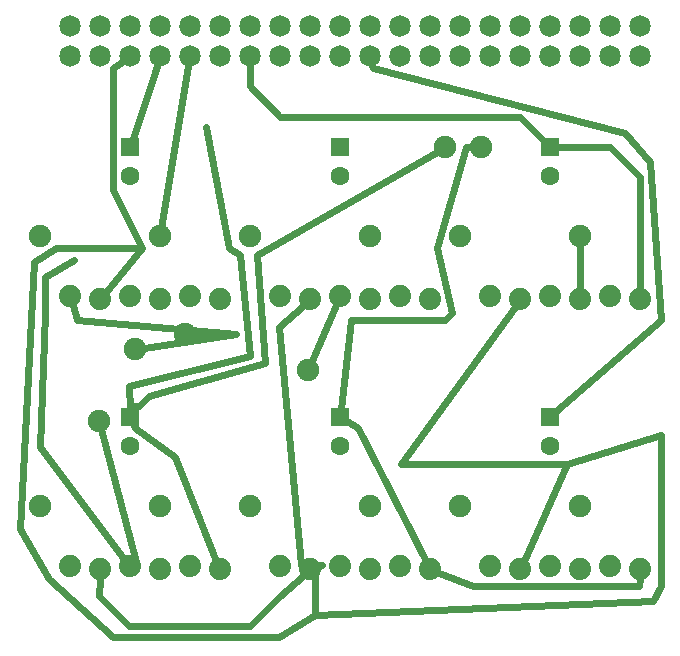
<source format=gtl>
G04 MADE WITH FRITZING*
G04 WWW.FRITZING.ORG*
G04 DOUBLE SIDED*
G04 HOLES PLATED*
G04 CONTOUR ON CENTER OF CONTOUR VECTOR*
%ASAXBY*%
%FSLAX23Y23*%
%MOIN*%
%OFA0B0*%
%SFA1.0B1.0*%
%ADD10C,0.075000*%
%ADD11C,0.062992*%
%ADD12C,0.071889*%
%ADD13C,0.071917*%
%ADD14C,0.074000*%
%ADD15C,0.075433*%
%ADD16R,0.062992X0.062992*%
%ADD17C,0.024000*%
%LNCOPPER1*%
G90*
G70*
G54D10*
X285Y1524D03*
X685Y1524D03*
G54D11*
X585Y1822D03*
X585Y1724D03*
G54D10*
X985Y1524D03*
X1385Y1524D03*
G54D11*
X1285Y1822D03*
X1285Y1724D03*
G54D10*
X1685Y1524D03*
X2085Y1524D03*
G54D11*
X1985Y1822D03*
X1985Y1724D03*
G54D10*
X285Y624D03*
X685Y624D03*
G54D11*
X585Y922D03*
X585Y824D03*
G54D10*
X985Y624D03*
X1385Y624D03*
G54D11*
X1285Y922D03*
X1285Y824D03*
G54D10*
X1685Y624D03*
X2085Y624D03*
G54D11*
X1985Y922D03*
X1985Y824D03*
G54D12*
X385Y2124D03*
X485Y2124D03*
X585Y2124D03*
X685Y2124D03*
G54D13*
X785Y2124D03*
G54D12*
X885Y2124D03*
X985Y2124D03*
X1085Y2124D03*
X1185Y2124D03*
G54D13*
X1285Y2124D03*
G54D12*
X1385Y2124D03*
G54D13*
X1485Y2124D03*
G54D12*
X1585Y2124D03*
X1685Y2124D03*
X1785Y2124D03*
X1885Y2124D03*
G54D13*
X1985Y2124D03*
G54D12*
X2085Y2124D03*
X2185Y2124D03*
X2285Y2124D03*
X2285Y2224D03*
X2185Y2224D03*
X2085Y2224D03*
G54D13*
X1985Y2224D03*
G54D12*
X1885Y2224D03*
X1785Y2224D03*
X1685Y2224D03*
X1585Y2224D03*
G54D13*
X1485Y2224D03*
G54D12*
X1385Y2224D03*
G54D13*
X1285Y2224D03*
G54D12*
X1185Y2224D03*
X1085Y2224D03*
X985Y2224D03*
X885Y2224D03*
G54D13*
X785Y2224D03*
G54D12*
X685Y2224D03*
X585Y2224D03*
X485Y2224D03*
X385Y2224D03*
G54D14*
X885Y1314D03*
X785Y1324D03*
X685Y1314D03*
X585Y1324D03*
X485Y1314D03*
X385Y1324D03*
X1585Y1314D03*
X1485Y1324D03*
X1385Y1314D03*
X1285Y1324D03*
X1185Y1314D03*
X1085Y1324D03*
X2285Y1314D03*
X2185Y1324D03*
X2085Y1314D03*
X1985Y1324D03*
X1885Y1314D03*
X1785Y1324D03*
X885Y414D03*
X785Y424D03*
X685Y414D03*
X585Y424D03*
X485Y414D03*
X385Y424D03*
X1585Y414D03*
X1485Y424D03*
X1385Y414D03*
X1285Y424D03*
X1185Y414D03*
X1085Y424D03*
X2285Y414D03*
X2185Y424D03*
X2085Y414D03*
X1985Y424D03*
X1885Y414D03*
X1785Y424D03*
G54D15*
X1634Y1821D03*
X602Y1149D03*
X770Y1197D03*
X1754Y1821D03*
X1178Y1077D03*
X482Y909D03*
G54D16*
X585Y1822D03*
X1285Y1822D03*
X1985Y1822D03*
X585Y922D03*
X1285Y922D03*
X1985Y922D03*
G54D17*
X2085Y1495D02*
X2085Y1345D01*
D02*
X2185Y1822D02*
X2284Y1722D01*
D02*
X2012Y1822D02*
X2185Y1822D01*
D02*
X2284Y1722D02*
X2285Y1345D01*
D02*
X986Y2025D02*
X985Y2090D01*
D02*
X1886Y1921D02*
X1085Y1921D01*
D02*
X1085Y1921D02*
X986Y2025D01*
D02*
X1966Y1841D02*
X1886Y1921D01*
D02*
X837Y1887D02*
X915Y1484D01*
D02*
X915Y1484D02*
X951Y1460D01*
D02*
X951Y1460D02*
X986Y1125D01*
D02*
X986Y1125D02*
X583Y1025D01*
D02*
X583Y1025D02*
X585Y949D01*
D02*
X1162Y393D02*
X1085Y324D01*
D02*
X986Y224D02*
X583Y224D01*
D02*
X583Y224D02*
X483Y324D01*
D02*
X1085Y324D02*
X986Y224D01*
D02*
X483Y324D02*
X485Y383D01*
D02*
X399Y1445D02*
X303Y1388D01*
D02*
X303Y1388D02*
X303Y1268D01*
D02*
X284Y822D02*
X566Y448D01*
D02*
X303Y1268D02*
X284Y822D01*
D02*
X675Y2092D02*
X594Y1848D01*
D02*
X2005Y940D02*
X2354Y1245D01*
D02*
X2354Y1245D02*
X2318Y1773D01*
D02*
X2318Y1773D02*
X2234Y1869D01*
D02*
X2234Y1869D02*
X1394Y2085D01*
D02*
X1394Y2085D02*
X1393Y2091D01*
D02*
X873Y442D02*
X734Y789D01*
D02*
X734Y789D02*
X602Y885D01*
D02*
X602Y885D02*
X596Y898D01*
D02*
X1609Y1806D02*
X1010Y1461D01*
D02*
X1010Y1461D02*
X1034Y1101D01*
D02*
X1034Y1101D02*
X650Y993D01*
D02*
X650Y993D02*
X614Y957D01*
D02*
X614Y957D02*
X602Y957D01*
D02*
X602Y957D02*
X597Y946D01*
D02*
X1571Y441D02*
X1346Y885D01*
D02*
X1346Y885D02*
X1308Y908D01*
D02*
X2284Y383D02*
X2282Y357D01*
D02*
X2282Y357D02*
X1730Y357D01*
D02*
X1730Y357D02*
X1614Y402D01*
D02*
X1725Y1821D02*
X1706Y1821D01*
D02*
X1706Y1821D02*
X1610Y1485D01*
D02*
X1610Y1485D02*
X1658Y1269D01*
D02*
X1658Y1269D02*
X1634Y1245D01*
D02*
X1634Y1245D02*
X1322Y1245D01*
D02*
X1322Y1245D02*
X1288Y949D01*
D02*
X799Y1197D02*
X938Y1197D01*
D02*
X938Y1197D02*
X410Y1245D01*
D02*
X410Y1245D02*
X395Y1294D01*
D02*
X631Y1153D02*
X938Y1197D01*
D02*
X1162Y1293D02*
X1082Y1221D01*
D02*
X1082Y1221D02*
X1154Y429D01*
D02*
X1154Y429D02*
X1202Y429D01*
D02*
X1202Y429D02*
X1202Y261D01*
D02*
X1202Y261D02*
X1082Y189D01*
D02*
X1082Y189D02*
X530Y189D01*
D02*
X530Y189D02*
X314Y381D01*
D02*
X314Y381D02*
X218Y549D01*
D02*
X218Y549D02*
X266Y1437D01*
D02*
X266Y1437D02*
X338Y1485D01*
D02*
X338Y1485D02*
X626Y1485D01*
D02*
X626Y1485D02*
X505Y1338D01*
D02*
X1867Y1288D02*
X1490Y765D01*
D02*
X1490Y765D02*
X2042Y765D01*
D02*
X2042Y765D02*
X2354Y861D01*
D02*
X2354Y861D02*
X2354Y357D01*
D02*
X2354Y357D02*
X2330Y309D01*
D02*
X2330Y309D02*
X1202Y261D01*
D02*
X558Y2104D02*
X530Y2085D01*
D02*
X530Y2085D02*
X530Y1677D01*
D02*
X530Y1677D02*
X626Y1485D01*
D02*
X1898Y442D02*
X2042Y765D01*
D02*
X1214Y424D02*
X1226Y429D01*
D02*
X1226Y429D02*
X1154Y429D01*
D02*
X780Y2091D02*
X690Y1552D01*
D02*
X490Y881D02*
X602Y453D01*
D02*
X602Y453D02*
X601Y450D01*
D02*
X1273Y1295D02*
X1190Y1103D01*
G04 End of Copper1*
M02*
</source>
